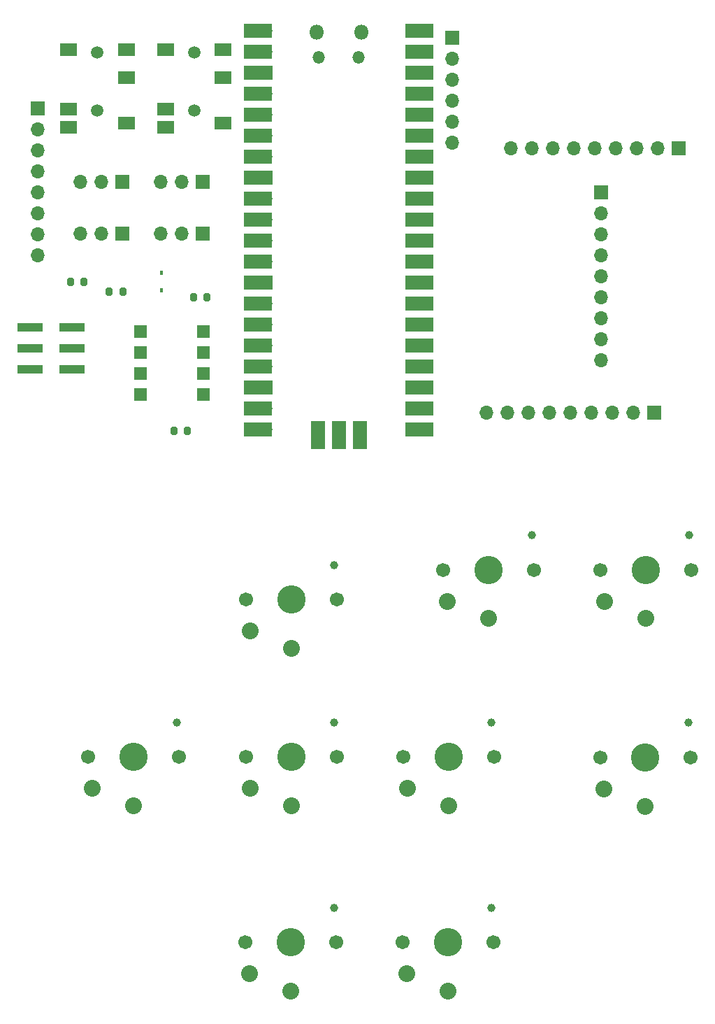
<source format=gbr>
%TF.GenerationSoftware,KiCad,Pcbnew,(6.0.7)*%
%TF.CreationDate,2024-01-30T22:45:08+09:00*%
%TF.ProjectId,pico_tracker,7069636f-5f74-4726-9163-6b65722e6b69,rev?*%
%TF.SameCoordinates,Original*%
%TF.FileFunction,Soldermask,Bot*%
%TF.FilePolarity,Negative*%
%FSLAX46Y46*%
G04 Gerber Fmt 4.6, Leading zero omitted, Abs format (unit mm)*
G04 Created by KiCad (PCBNEW (6.0.7)) date 2024-01-30 22:45:08*
%MOMM*%
%LPD*%
G01*
G04 APERTURE LIST*
G04 Aperture macros list*
%AMRoundRect*
0 Rectangle with rounded corners*
0 $1 Rounding radius*
0 $2 $3 $4 $5 $6 $7 $8 $9 X,Y pos of 4 corners*
0 Add a 4 corners polygon primitive as box body*
4,1,4,$2,$3,$4,$5,$6,$7,$8,$9,$2,$3,0*
0 Add four circle primitives for the rounded corners*
1,1,$1+$1,$2,$3*
1,1,$1+$1,$4,$5*
1,1,$1+$1,$6,$7*
1,1,$1+$1,$8,$9*
0 Add four rect primitives between the rounded corners*
20,1,$1+$1,$2,$3,$4,$5,0*
20,1,$1+$1,$4,$5,$6,$7,0*
20,1,$1+$1,$6,$7,$8,$9,0*
20,1,$1+$1,$8,$9,$2,$3,0*%
G04 Aperture macros list end*
%ADD10C,1.500000*%
%ADD11R,2.000000X1.500000*%
%ADD12R,3.150000X1.000000*%
%ADD13C,3.429000*%
%ADD14C,0.990600*%
%ADD15C,1.701800*%
%ADD16C,2.032000*%
%ADD17R,1.700000X1.700000*%
%ADD18O,1.700000X1.700000*%
%ADD19O,1.800000X1.800000*%
%ADD20O,1.500000X1.500000*%
%ADD21R,3.500000X1.700000*%
%ADD22R,1.700000X3.500000*%
%ADD23R,0.450000X0.600000*%
%ADD24RoundRect,0.200000X0.200000X0.275000X-0.200000X0.275000X-0.200000X-0.275000X0.200000X-0.275000X0*%
%ADD25R,1.600000X1.600000*%
%ADD26RoundRect,0.200000X-0.200000X-0.275000X0.200000X-0.275000X0.200000X0.275000X-0.200000X0.275000X0*%
G04 APERTURE END LIST*
D10*
%TO.C,J2*%
X124500000Y-39700000D03*
X124500000Y-32700000D03*
D11*
X128000000Y-32300000D03*
X121000000Y-32300000D03*
X128000000Y-35700000D03*
X121000000Y-39500000D03*
X121000000Y-41700000D03*
X128000000Y-41200000D03*
%TD*%
D10*
%TO.C,J1*%
X112750000Y-39700000D03*
X112750000Y-32700000D03*
D11*
X116250000Y-32300000D03*
X109250000Y-32300000D03*
X116250000Y-35700000D03*
X109250000Y-39500000D03*
X109250000Y-41700000D03*
X116250000Y-41200000D03*
%TD*%
D12*
%TO.C,J9*%
X109650000Y-71040000D03*
X109650000Y-68500000D03*
X109650000Y-65960000D03*
X104600000Y-71040000D03*
X104600000Y-68500000D03*
X104600000Y-65960000D03*
%TD*%
D13*
%TO.C,SW3*%
X155300000Y-117950000D03*
D14*
X160520000Y-113750000D03*
D15*
X149800000Y-117950000D03*
X160800000Y-117950000D03*
D16*
X155300000Y-123850000D03*
X150300000Y-121750000D03*
%TD*%
D14*
%TO.C,SW2*%
X141470000Y-113750000D03*
D15*
X141750000Y-117950000D03*
X130750000Y-117950000D03*
D13*
X136250000Y-117950000D03*
D16*
X136250000Y-123850000D03*
X131250000Y-121750000D03*
%TD*%
D14*
%TO.C,SW1*%
X122370000Y-113750000D03*
D15*
X122650000Y-117950000D03*
X111650000Y-117950000D03*
D13*
X117150000Y-117950000D03*
D16*
X117150000Y-123850000D03*
X112150000Y-121750000D03*
%TD*%
D13*
%TO.C,SW5*%
X155250000Y-140400000D03*
D15*
X149750000Y-140400000D03*
X160750000Y-140400000D03*
D14*
X160470000Y-136200000D03*
D16*
X155250000Y-146300000D03*
X150250000Y-144200000D03*
%TD*%
D15*
%TO.C,SW7*%
X184700000Y-95300000D03*
D13*
X179200000Y-95300000D03*
D14*
X184420000Y-91100000D03*
D15*
X173700000Y-95300000D03*
D16*
X179200000Y-101200000D03*
X174200000Y-99100000D03*
%TD*%
D14*
%TO.C,SW8*%
X141420000Y-136200000D03*
D15*
X141700000Y-140400000D03*
D13*
X136200000Y-140400000D03*
D15*
X130700000Y-140400000D03*
D16*
X136200000Y-146300000D03*
X131200000Y-144200000D03*
%TD*%
D14*
%TO.C,SW9*%
X184370000Y-113800000D03*
D13*
X179150000Y-118000000D03*
D15*
X184650000Y-118000000D03*
X173650000Y-118000000D03*
D16*
X179150000Y-123900000D03*
X174150000Y-121800000D03*
%TD*%
D17*
%TO.C,J7*%
X105550000Y-39450000D03*
D18*
X105550000Y-41990000D03*
X105550000Y-44530000D03*
X105550000Y-47070000D03*
X105550000Y-49610000D03*
X105550000Y-52150000D03*
X105550000Y-54690000D03*
X105550000Y-57230000D03*
%TD*%
D15*
%TO.C,SW4*%
X130750000Y-98900000D03*
D14*
X141470000Y-94700000D03*
D15*
X141750000Y-98900000D03*
D13*
X136250000Y-98900000D03*
D16*
X136250000Y-104800000D03*
X131250000Y-102700000D03*
%TD*%
D15*
%TO.C,SW6*%
X165650000Y-95300000D03*
D13*
X160150000Y-95300000D03*
D14*
X165370000Y-91100000D03*
D15*
X154650000Y-95300000D03*
D16*
X160150000Y-101200000D03*
X155150000Y-99100000D03*
%TD*%
D17*
%TO.C,REF1*%
X183150000Y-44250000D03*
D18*
X180610000Y-44250000D03*
X178070000Y-44250000D03*
X175530000Y-44250000D03*
X172990000Y-44250000D03*
X170450000Y-44250000D03*
X167910000Y-44250000D03*
X165370000Y-44250000D03*
X162830000Y-44250000D03*
%TD*%
D19*
%TO.C,U1*%
X139275000Y-30200000D03*
D20*
X139575000Y-33230000D03*
X144425000Y-33230000D03*
D19*
X144725000Y-30200000D03*
D18*
X150890000Y-30070000D03*
D21*
X151790000Y-30070000D03*
D18*
X150890000Y-32610000D03*
D21*
X151790000Y-32610000D03*
X151790000Y-35150000D03*
D17*
X150890000Y-35150000D03*
D18*
X150890000Y-37690000D03*
D21*
X151790000Y-37690000D03*
D18*
X150890000Y-40230000D03*
D21*
X151790000Y-40230000D03*
D18*
X150890000Y-42770000D03*
D21*
X151790000Y-42770000D03*
D18*
X150890000Y-45310000D03*
D21*
X151790000Y-45310000D03*
D17*
X150890000Y-47850000D03*
D21*
X151790000Y-47850000D03*
D18*
X150890000Y-50390000D03*
D21*
X151790000Y-50390000D03*
X151790000Y-52930000D03*
D18*
X150890000Y-52930000D03*
X150890000Y-55470000D03*
D21*
X151790000Y-55470000D03*
X151790000Y-58010000D03*
D18*
X150890000Y-58010000D03*
D21*
X151790000Y-60550000D03*
D17*
X150890000Y-60550000D03*
D18*
X150890000Y-63090000D03*
D21*
X151790000Y-63090000D03*
X151790000Y-65630000D03*
D18*
X150890000Y-65630000D03*
D21*
X151790000Y-68170000D03*
D18*
X150890000Y-68170000D03*
X150890000Y-70710000D03*
D21*
X151790000Y-70710000D03*
X151790000Y-73250000D03*
D17*
X150890000Y-73250000D03*
D18*
X150890000Y-75790000D03*
D21*
X151790000Y-75790000D03*
D18*
X150890000Y-78330000D03*
D21*
X151790000Y-78330000D03*
X132210000Y-78330000D03*
D18*
X133110000Y-78330000D03*
X133110000Y-75790000D03*
D21*
X132210000Y-75790000D03*
D17*
X133110000Y-73250000D03*
D21*
X132210000Y-73250000D03*
X132210000Y-70710000D03*
D18*
X133110000Y-70710000D03*
X133110000Y-68170000D03*
D21*
X132210000Y-68170000D03*
X132210000Y-65630000D03*
D18*
X133110000Y-65630000D03*
D21*
X132210000Y-63090000D03*
D18*
X133110000Y-63090000D03*
D21*
X132210000Y-60550000D03*
D17*
X133110000Y-60550000D03*
D18*
X133110000Y-58010000D03*
D21*
X132210000Y-58010000D03*
X132210000Y-55470000D03*
D18*
X133110000Y-55470000D03*
X133110000Y-52930000D03*
D21*
X132210000Y-52930000D03*
D18*
X133110000Y-50390000D03*
D21*
X132210000Y-50390000D03*
D17*
X133110000Y-47850000D03*
D21*
X132210000Y-47850000D03*
D18*
X133110000Y-45310000D03*
D21*
X132210000Y-45310000D03*
X132210000Y-42770000D03*
D18*
X133110000Y-42770000D03*
X133110000Y-40230000D03*
D21*
X132210000Y-40230000D03*
X132210000Y-37690000D03*
D18*
X133110000Y-37690000D03*
D17*
X133110000Y-35150000D03*
D21*
X132210000Y-35150000D03*
X132210000Y-32610000D03*
D18*
X133110000Y-32610000D03*
X133110000Y-30070000D03*
D21*
X132210000Y-30070000D03*
D22*
X144540000Y-79000000D03*
D18*
X144540000Y-78100000D03*
D22*
X142000000Y-79000000D03*
D17*
X142000000Y-78100000D03*
D22*
X139460000Y-79000000D03*
D18*
X139460000Y-78100000D03*
%TD*%
D17*
%TO.C,J5*%
X115750000Y-48350000D03*
D18*
X113210000Y-48350000D03*
X110670000Y-48350000D03*
%TD*%
D17*
%TO.C,J3*%
X125525000Y-48350000D03*
D18*
X122985000Y-48350000D03*
X120445000Y-48350000D03*
%TD*%
D23*
%TO.C,D1*%
X120550000Y-61450000D03*
X120550000Y-59350000D03*
%TD*%
D17*
%TO.C,J4*%
X125525000Y-54600000D03*
D18*
X122985000Y-54600000D03*
X120445000Y-54600000D03*
%TD*%
D24*
%TO.C,R3*%
X111125000Y-60400000D03*
X109475000Y-60400000D03*
%TD*%
D17*
%TO.C,U3*%
X155750000Y-30900000D03*
D18*
X155750000Y-33440000D03*
X155750000Y-35980000D03*
X155750000Y-38520000D03*
X155750000Y-41060000D03*
X155750000Y-43600000D03*
%TD*%
D25*
%TO.C,U2*%
X125560000Y-66440000D03*
X125560000Y-68980000D03*
X125560000Y-71520000D03*
X125560000Y-74060000D03*
X117940000Y-74060000D03*
X117940000Y-71520000D03*
X117940000Y-68980000D03*
X117940000Y-66440000D03*
%TD*%
D17*
%TO.C,J10*%
X180250000Y-76250000D03*
D18*
X177710000Y-76250000D03*
X175170000Y-76250000D03*
X172630000Y-76250000D03*
X170090000Y-76250000D03*
X167550000Y-76250000D03*
X165010000Y-76250000D03*
X162470000Y-76250000D03*
X159930000Y-76250000D03*
%TD*%
D26*
%TO.C,R1*%
X114175000Y-61600000D03*
X115825000Y-61600000D03*
%TD*%
%TO.C,R4*%
X122025000Y-78500000D03*
X123675000Y-78500000D03*
%TD*%
D24*
%TO.C,R2*%
X126025000Y-62300000D03*
X124375000Y-62300000D03*
%TD*%
D17*
%TO.C,J8*%
X173750000Y-49600000D03*
D18*
X173750000Y-52140000D03*
X173750000Y-54680000D03*
X173750000Y-57220000D03*
X173750000Y-59760000D03*
X173750000Y-62300000D03*
X173750000Y-64840000D03*
X173750000Y-67380000D03*
X173750000Y-69920000D03*
%TD*%
D17*
%TO.C,J6*%
X115775000Y-54600000D03*
D18*
X113235000Y-54600000D03*
X110695000Y-54600000D03*
%TD*%
M02*

</source>
